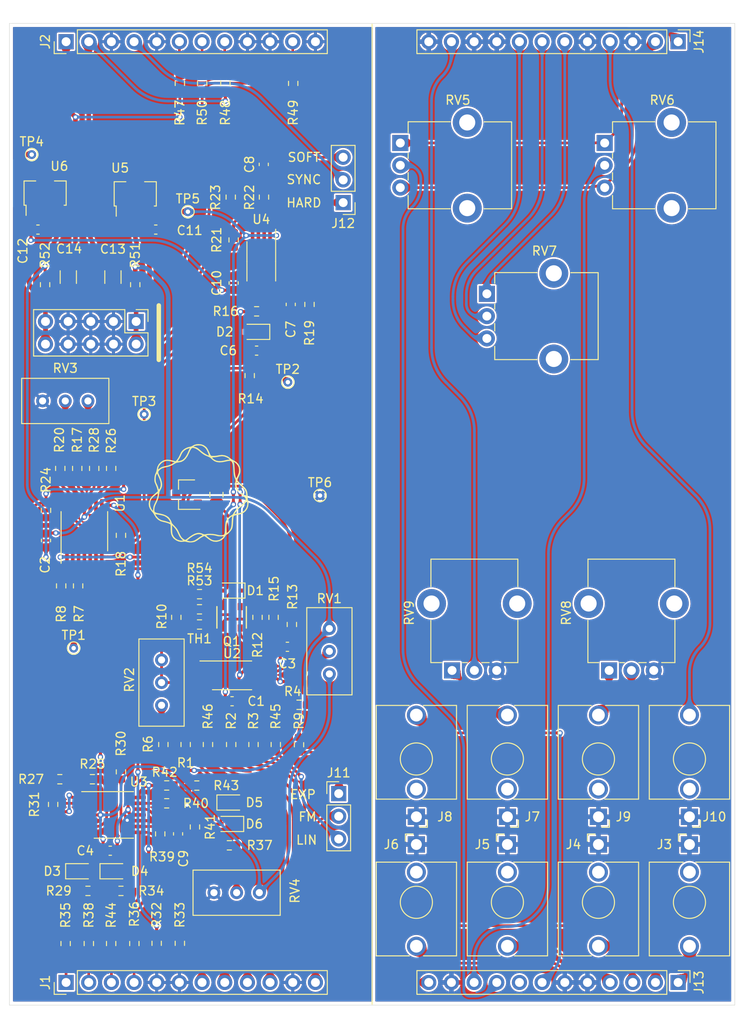
<source format=kicad_pcb>
(kicad_pcb (version 20211014) (generator pcbnew)

  (general
    (thickness 1.6)
  )

  (paper "A4")
  (layers
    (0 "F.Cu" signal)
    (31 "B.Cu" signal)
    (32 "B.Adhes" user "B.Adhesive")
    (33 "F.Adhes" user "F.Adhesive")
    (34 "B.Paste" user)
    (35 "F.Paste" user)
    (36 "B.SilkS" user "B.Silkscreen")
    (37 "F.SilkS" user "F.Silkscreen")
    (38 "B.Mask" user)
    (39 "F.Mask" user)
    (40 "Dwgs.User" user "User.Drawings")
    (41 "Cmts.User" user "User.Comments")
    (42 "Eco1.User" user "User.Eco1")
    (43 "Eco2.User" user "User.Eco2")
    (44 "Edge.Cuts" user)
    (45 "Margin" user)
    (46 "B.CrtYd" user "B.Courtyard")
    (47 "F.CrtYd" user "F.Courtyard")
    (48 "B.Fab" user)
    (49 "F.Fab" user)
  )

  (setup
    (stackup
      (layer "F.SilkS" (type "Top Silk Screen") (color "White"))
      (layer "F.Paste" (type "Top Solder Paste"))
      (layer "F.Mask" (type "Top Solder Mask") (color "Green") (thickness 0.01))
      (layer "F.Cu" (type "copper") (thickness 0.035))
      (layer "dielectric 1" (type "core") (thickness 1.51) (material "FR4") (epsilon_r 4.5) (loss_tangent 0.02))
      (layer "B.Cu" (type "copper") (thickness 0.035))
      (layer "B.Mask" (type "Bottom Solder Mask") (color "Green") (thickness 0.01))
      (layer "B.Paste" (type "Bottom Solder Paste"))
      (layer "B.SilkS" (type "Bottom Silk Screen") (color "White"))
      (copper_finish "ENIG")
      (dielectric_constraints no)
    )
    (pad_to_mask_clearance 0.05)
    (solder_mask_min_width 0.2)
    (grid_origin 100 140)
    (pcbplotparams
      (layerselection 0x00010fc_ffffffff)
      (disableapertmacros false)
      (usegerberextensions false)
      (usegerberattributes true)
      (usegerberadvancedattributes true)
      (creategerberjobfile true)
      (svguseinch false)
      (svgprecision 6)
      (excludeedgelayer true)
      (plotframeref false)
      (viasonmask false)
      (mode 1)
      (useauxorigin false)
      (hpglpennumber 1)
      (hpglpenspeed 20)
      (hpglpendiameter 15.000000)
      (dxfpolygonmode true)
      (dxfimperialunits true)
      (dxfusepcbnewfont true)
      (psnegative false)
      (psa4output false)
      (plotreference true)
      (plotvalue true)
      (plotinvisibletext false)
      (sketchpadsonfab false)
      (subtractmaskfromsilk false)
      (outputformat 1)
      (mirror false)
      (drillshape 0)
      (scaleselection 1)
      (outputdirectory "gerbers/")
    )
  )

  (net 0 "")
  (net 1 "-12V")
  (net 2 "+12V")
  (net 3 "Net-(C3-Pad2)")
  (net 4 "Net-(C3-Pad1)")
  (net 5 "Net-(C5-Pad2)")
  (net 6 "Net-(C5-Pad1)")
  (net 7 "Net-(C6-Pad2)")
  (net 8 "Net-(C6-Pad1)")
  (net 9 "Net-(C9-Pad2)")
  (net 10 "Net-(C9-Pad1)")
  (net 11 "Net-(D1-Pad2)")
  (net 12 "Net-(D1-Pad1)")
  (net 13 "Net-(D3-Pad2)")
  (net 14 "Net-(D3-Pad1)")
  (net 15 "Net-(D4-Pad2)")
  (net 16 "GND")
  (net 17 "Net-(D5-Pad1)")
  (net 18 "Net-(Q1-Pad1)")
  (net 19 "Net-(R1-Pad2)")
  (net 20 "Net-(R7-Pad1)")
  (net 21 "Net-(R10-Pad2)")
  (net 22 "Net-(R24-Pad2)")
  (net 23 "Net-(R27-Pad2)")
  (net 24 "Net-(R31-Pad2)")
  (net 25 "Net-(R32-Pad2)")
  (net 26 "Net-(R37-Pad2)")
  (net 27 "Net-(R40-Pad2)")
  (net 28 "Net-(R42-Pad2)")
  (net 29 "-VDC")
  (net 30 "+VDC")
  (net 31 "Net-(P2-Pad10)")
  (net 32 "Net-(P2-Pad1)")
  (net 33 "Net-(R10-Pad1)")
  (net 34 "GND1")
  (net 35 "/UI/SAW_UI")
  (net 36 "unconnected-(J3-PadTN)")
  (net 37 "/UI/TRI_UI")
  (net 38 "unconnected-(J4-PadTN)")
  (net 39 "/UI/SINE_UI")
  (net 40 "unconnected-(J5-PadTN)")
  (net 41 "/UI/PULSE_UI")
  (net 42 "unconnected-(J6-PadTN)")
  (net 43 "Net-(J7-PadT)")
  (net 44 "unconnected-(J7-PadTN)")
  (net 45 "/UI/VOCT_UI")
  (net 46 "unconnected-(J8-PadTN)")
  (net 47 "Net-(J9-PadT)")
  (net 48 "unconnected-(J9-PadTN)")
  (net 49 "unconnected-(J10-PadTN)")
  (net 50 "/UI/FM_UI")
  (net 51 "/UI/VOCT2_UI")
  (net 52 "/UI/COARSE_UI")
  (net 53 "/UI/FINE_UI")
  (net 54 "+VSW")
  (net 55 "-VSW")
  (net 56 "/UI/POT_P_UI")
  (net 57 "/UI/PMW_POT_UI")
  (net 58 "/UI/POT_N_UI")
  (net 59 "/UI/PWM_IN_UI")
  (net 60 "/Oscillator/SAW")
  (net 61 "/Oscillator/TRI")
  (net 62 "/Oscillator/SINE")
  (net 63 "/Oscillator/PULSE")
  (net 64 "/Oscillator/FM_CONN")
  (net 65 "/Oscillator/SYNC_CONN")
  (net 66 "/Oscillator/POT_P")
  (net 67 "/Oscillator/PMW_POT")
  (net 68 "/Oscillator/POT_N")
  (net 69 "/Oscillator/PWM_IN")
  (net 70 "/UI/SYNC_UI")
  (net 71 "Net-(R6-Pad1)")
  (net 72 "Net-(R4-Pad2)")
  (net 73 "Net-(R32-Pad1)")
  (net 74 "Net-(R28-Pad1)")
  (net 75 "Net-(R26-Pad2)")
  (net 76 "Net-(R21-Pad2)")
  (net 77 "Net-(R20-Pad2)")
  (net 78 "Net-(R18-Pad2)")
  (net 79 "Net-(R18-Pad1)")
  (net 80 "Net-(R17-Pad1)")
  (net 81 "Net-(C7-Pad2)")
  (net 82 "/VOCT2")
  (net 83 "/VOCT")
  (net 84 "/TRI")
  (net 85 "/SOFT_SYNC")
  (net 86 "/SINE")
  (net 87 "/SAW")
  (net 88 "/PWM_IN")
  (net 89 "/PULSE")
  (net 90 "/POT_P")
  (net 91 "/POT_N")
  (net 92 "/PMW_POT")
  (net 93 "/HARD_SYNC")
  (net 94 "/FM")
  (net 95 "/FINE")
  (net 96 "/EXP_FM")
  (net 97 "/COARSE")

  (footprint "Capacitor_SMD:C_0603_1608Metric" (layer "F.Cu") (at 124.95 105.95 180))

  (footprint "Capacitor_SMD:C_0603_1608Metric" (layer "F.Cu") (at 104.1 87.9375 90))

  (footprint "Capacitor_SMD:C_0603_1608Metric" (layer "F.Cu") (at 131.15 99.85))

  (footprint "Capacitor_SMD:C_0603_1608Metric" (layer "F.Cu") (at 111.3 122.7))

  (footprint "Capacitor_SMD:C_0805_2012Metric" (layer "F.Cu") (at 123.2 82.8 -90))

  (footprint "Capacitor_SMD:C_0603_1608Metric" (layer "F.Cu") (at 127.7 66.6625 180))

  (footprint "Capacitor_SMD:C_0603_1608Metric" (layer "F.Cu") (at 131.525 61.4875 90))

  (footprint "Capacitor_SMD:C_0603_1608Metric" (layer "F.Cu") (at 128.5 45.8 90))

  (footprint "Diode_SMD:D_SOD-323" (layer "F.Cu") (at 124.9 93.55 180))

  (footprint "Diode_SMD:D_SOD-323" (layer "F.Cu") (at 127.675 64.5625 180))

  (footprint "Diode_SMD:D_SOD-323" (layer "F.Cu") (at 107.8 125))

  (footprint "Diode_SMD:D_SOD-323" (layer "F.Cu") (at 111.65 125))

  (footprint "Diode_SMD:D_SOD-323" (layer "F.Cu") (at 124.75 117.3))

  (footprint "Diode_SMD:D_SOD-323" (layer "F.Cu") (at 124.75 119.7 180))

  (footprint "project_oscillator:SOT-457, SC-74" (layer "F.Cu") (at 124.9 96.55 -90))

  (footprint "Package_TO_SOT_SMD:SC-59" (layer "F.Cu") (at 119.9 82.8 180))

  (footprint "Resistor_SMD:R_0603_1608Metric" (layer "F.Cu") (at 119.75 110.8 90))

  (footprint "Resistor_SMD:R_0603_1608Metric" (layer "F.Cu") (at 127.35 110.8 90))

  (footprint "Resistor_SMD:R_0603_1608Metric" (layer "F.Cu") (at 117.25 110.8 -90))

  (footprint "Resistor_SMD:R_0603_1608Metric" (layer "F.Cu") (at 132.45 110.825 -90))

  (footprint "Resistor_SMD:R_0603_1608Metric" (layer "F.Cu") (at 127.8 96.55 90))

  (footprint "Resistor_SMD:R_0603_1608Metric" (layer "F.Cu") (at 131.65 97.35 -90))

  (footprint "Resistor_SMD:R_0603_1608Metric" (layer "F.Cu") (at 126.925 69.4625 -90))

  (footprint "Resistor_SMD:R_0603_1608Metric" (layer "F.Cu") (at 129.6 96.55 -90))

  (footprint "Resistor_SMD:R_0603_1608Metric" (layer "F.Cu") (at 107.6 79.8625 -90))

  (footprint "Resistor_SMD:R_0603_1608Metric" (layer "F.Cu") (at 133.625 61.4875 -90))

  (footprint "Resistor_SMD:R_0603_1608Metric" (layer "F.Cu") (at 105.7 79.8625 90))

  (footprint "Resistor_SMD:R_0603_1608Metric" (layer "F.Cu") (at 125.125 54.2625 90))

  (footprint "Resistor_SMD:R_0603_1608Metric" (layer "F.Cu") (at 128.525 49.4625 90))

  (footprint "Resistor_SMD:R_0603_1608Metric" (layer "F.Cu") (at 124.8 49.4625 -90))

  (footprint "Resistor_SMD:R_0603_1608Metric" (layer "F.Cu") (at 104.1 84.5625 90))

  (footprint "Resistor_SMD:R_0603_1608Metric" (layer "F.Cu") (at 109.3 114.6875))

  (footprint "Resistor_SMD:R_0603_1608Metric" (layer "F.Cu") (at 111.4 79.8625 -90))

  (footprint "Resistor_SMD:R_0603_1608Metric" (layer "F.Cu") (at 105.65 114.6875 180))

  (footprint "Resistor_SMD:R_0603_1608Metric" (layer "F.Cu") (at 109.5 79.8625 90))

  (footprint "Resistor_SMD:R_0603_1608Metric" (layer "F.Cu") (at 108.8 127.2))

  (footprint "Resistor_SMD:R_0603_1608Metric" (layer "F.Cu") (at 104.9 117.5125 -90))

  (footprint "Resistor_SMD:R_0603_1608Metric" (layer "F.Cu") (at 116.5 133.075 -90))

  (footprint "Resistor_SMD:R_0603_1608Metric" (layer "F.Cu") (at 119.1 133.075 90))

  (footprint "Resistor_SMD:R_0603_1608Metric" (layer "F.Cu") (at 112.5 127.2))

  (footprint "Resistor_SMD:R_0603_1608Metric" (layer "F.Cu") (at 106.3 133.1 -90))

  (footprint "Resistor_SMD:R_0603_1608Metric" (layer "F.Cu") (at 114 133.1 -90))

  (footprint "Resistor_SMD:R_0603_1608Metric" (layer "F.Cu") (at 124.645841 122.094882))

  (footprint "Resistor_SMD:R_0603_1608Metric" (layer "F.Cu") (at 108.9 133.1 -90))

  (footprint "Resistor_SMD:R_0603_1608Metric" (layer "F.Cu") (at 116.9 120.8125 90))

  (footprint "Resistor_SMD:R_0603_1608Metric" (layer "F.Cu") (at 117.625 117.3875 180))

  (footprint "Resistor_SMD:R_0603_1608Metric" (layer "F.Cu") (at 120.788658 120.037851 -90))

  (footprint "Resistor_SMD:R_0603_1608Metric" (layer "F.Cu") (at 117.625 115.3875 180))

  (footprint "Resistor_SMD:R_0603_1608Metric" (layer "F.Cu") (at 121 115.4))

  (footprint "Resistor_SMD:R_0603_1608Metric" (layer "F.Cu") (at 111.4 133.1 -90))

  (footprint "Resistor_SMD:R_0603_1608Metric" (layer "F.Cu") (at 129.85 110.8 90))

  (footprint "Resistor_SMD:R_0603_1608Metric" (layer "F.Cu") (at 122.25 110.8 90))

  (footprint "Resistor_SMD:R_0603_1608Metric" (layer "F.Cu") (at 119.1 36.725 -90))

  (footprint "Resistor_SMD:R_0603_1608Metric" (layer "F.Cu") (at 124.2 36.7 -90))

  (footprint "Resistor_SMD:R_0603_1608Metric" (layer "F.Cu") (at 131.8 36.725 -90))

  (footprint "Potentiometer_THT:Potentiometer_Bourns_3296W_Vertical" (layer "F.Cu") (at 135.85 97.81 90))

  (footprint "Potentiometer_THT:Potentiometer_Bourns_3296W_Vertical" (layer "F.Cu") (at 117.05 106.4 -90))

  (footprint "Potentiometer_THT:Potentiometer_Bourns_3296W_Vertical" (layer "F.Cu") (at 128 127.4))

  (footprint "Package_SO:TSSOP-14_4.4x5mm_P0.65mm" (layer "F.Cu") (at 108.4 86.9 90))

  (footprint "Package_SO:TSSOP-14_4.4x5mm_P0.65mm" (layer "F.Cu") (at 111.7 118.6875))

  (footprint "Package_SO:TSSOP-8_4.4x3mm_P0.65mm" (layer "F.Cu")
    (tedit 5E476F32) (tstamp 00000000-0000-0000-0000-00005fdfcc9e)
    (at 128.225 56.6625 -90)
    (descr "TSSOP, 8 Pin (JEDEC MO-153 Var AA https://www.jedec.org/document_search?search_api_views_fulltext=MO-153), generated with kicad-footprint-generator ipc_gullwing_generator.py")
    (tags "TSSOP SO")
    (property "Sheetfile" "C:/Users/dabon/Documents/Modular/Hardware/modular-oscillator/oscillator.sch")
    (property "Sheetname" "")
    (attr smd)
    (fp_text reference "U4" (at -4.7 0) (layer "F.SilkS")
      (effects (font (size 1 1) (thickness 0.15)))
      (tstamp dde51ae5-b215-445e-92bb-4a12ec410531)
    )
    (fp_text value "LM311" (at 0 2.45 90) (layer "F.Fab")
      (effects (font (size 1 1) (thickness 0.15)))
      (tstamp 7599133e-c681-4202-85d9-c20dac196c64)
    )
    (fp_text user "${REFERENCE}" (at 0 0 90) (layer "F.Fab")
      (effects (font (size 1 1) (thickness 0.15)))
      (tstamp 8a650ebf-3f78-4ca4-a26b-a5028693e36d)
    )
    (fp_line (start 0 1.61) (end -2.2 1.61) (layer "F.SilkS") (width 0.12) (tstamp 0755aee5-bc01-4cb5-b830-583289df50a3))
    (fp_line (start 0 -1.61) (end 2.2 -1.61) (layer "F.SilkS") (width 0.12) (tstamp 4a21e717-d46d-4d9e-8b98-af4ecb02d3ec))
    (fp_line (start 0 1.61) (end 2.2 1.61) (layer "F.SilkS") (width 0.12) (tstamp 4fb21471-41be-4be8-9687-66030f97befc))
    (fp_line (start 0 -1.61) (end -3.6 -1.61) (layer "F.SilkS") (width 0.12) (tstamp ec31c074-17b2-48e1-ab01-071acad3fa04))
    (fp_line (start -3.85 1.75) (end 3.85 1.75) (layer "F.CrtYd") (width 0.05) (tstamp 01e9b6e7-adf9-4ee7-9447-a588630ee4a2))
    (fp_line (start -3.85 -1.75) (end -3.85 1.75) (layer "F.CrtYd") (width 0.05) (tstamp 4f66b314-0f62-4fb6-8c3c-f9c6a75cd3ec))
    (fp_line (start 3.85 -1.75) (end -3.85 -1.75) (layer "F.CrtYd") (width 0.05) (tstamp 7d928d56-093a-4ca8-aed1-414b7e703b45))
    (fp_line (start 3.85 1.75) (end 3.85 -1.75) (layer "F.CrtYd") (width 0.05) (tstamp ca87f11b-5f48-4b57-8535-68d3ec
... [4431867 chars truncated]
</source>
